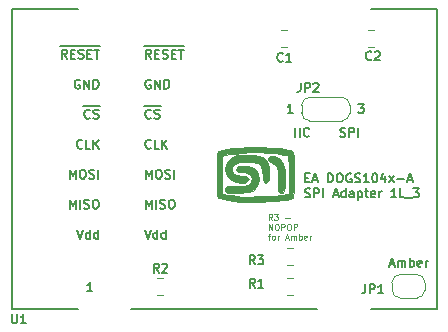
<source format=gbr>
%TF.GenerationSoftware,KiCad,Pcbnew,(5.1.6-0)*%
%TF.CreationDate,2020-10-20T21:46:17+02:00*%
%TF.ProjectId,DisplayAdapter_DOGS104,44697370-6c61-4794-9164-61707465725f,rev?*%
%TF.SameCoordinates,Original*%
%TF.FileFunction,Legend,Top*%
%TF.FilePolarity,Positive*%
%FSLAX46Y46*%
G04 Gerber Fmt 4.6, Leading zero omitted, Abs format (unit mm)*
G04 Created by KiCad (PCBNEW (5.1.6-0)) date 2020-10-20 21:46:17*
%MOMM*%
%LPD*%
G01*
G04 APERTURE LIST*
%ADD10C,0.127000*%
%ADD11C,0.076200*%
%ADD12C,0.100000*%
%ADD13C,0.120000*%
%ADD14C,0.150000*%
G04 APERTURE END LIST*
D10*
X144582550Y-94166260D02*
X145344550Y-94166260D01*
X145199407Y-95224714D02*
X144945407Y-94861857D01*
X144763978Y-95224714D02*
X144763978Y-94462714D01*
X145054264Y-94462714D01*
X145126835Y-94499000D01*
X145163121Y-94535285D01*
X145199407Y-94607857D01*
X145199407Y-94716714D01*
X145163121Y-94789285D01*
X145126835Y-94825571D01*
X145054264Y-94861857D01*
X144763978Y-94861857D01*
X145344550Y-94166260D02*
X146033978Y-94166260D01*
X145525978Y-94825571D02*
X145779978Y-94825571D01*
X145888835Y-95224714D02*
X145525978Y-95224714D01*
X145525978Y-94462714D01*
X145888835Y-94462714D01*
X146033978Y-94166260D02*
X146759692Y-94166260D01*
X146179121Y-95188428D02*
X146287978Y-95224714D01*
X146469407Y-95224714D01*
X146541978Y-95188428D01*
X146578264Y-95152142D01*
X146614550Y-95079571D01*
X146614550Y-95007000D01*
X146578264Y-94934428D01*
X146541978Y-94898142D01*
X146469407Y-94861857D01*
X146324264Y-94825571D01*
X146251692Y-94789285D01*
X146215407Y-94753000D01*
X146179121Y-94680428D01*
X146179121Y-94607857D01*
X146215407Y-94535285D01*
X146251692Y-94499000D01*
X146324264Y-94462714D01*
X146505692Y-94462714D01*
X146614550Y-94499000D01*
X146759692Y-94166260D02*
X147449121Y-94166260D01*
X146941121Y-94825571D02*
X147195121Y-94825571D01*
X147303978Y-95224714D02*
X146941121Y-95224714D01*
X146941121Y-94462714D01*
X147303978Y-94462714D01*
X147449121Y-94166260D02*
X148029692Y-94166260D01*
X147521692Y-94462714D02*
X147957121Y-94462714D01*
X147739407Y-95224714D02*
X147739407Y-94462714D01*
X145163121Y-97039000D02*
X145090550Y-97002714D01*
X144981692Y-97002714D01*
X144872835Y-97039000D01*
X144800264Y-97111571D01*
X144763978Y-97184142D01*
X144727692Y-97329285D01*
X144727692Y-97438142D01*
X144763978Y-97583285D01*
X144800264Y-97655857D01*
X144872835Y-97728428D01*
X144981692Y-97764714D01*
X145054264Y-97764714D01*
X145163121Y-97728428D01*
X145199407Y-97692142D01*
X145199407Y-97438142D01*
X145054264Y-97438142D01*
X145525978Y-97764714D02*
X145525978Y-97002714D01*
X145961407Y-97764714D01*
X145961407Y-97002714D01*
X146324264Y-97764714D02*
X146324264Y-97002714D01*
X146505692Y-97002714D01*
X146614550Y-97039000D01*
X146687121Y-97111571D01*
X146723407Y-97184142D01*
X146759692Y-97329285D01*
X146759692Y-97438142D01*
X146723407Y-97583285D01*
X146687121Y-97655857D01*
X146614550Y-97728428D01*
X146505692Y-97764714D01*
X146324264Y-97764714D01*
X144582550Y-99246260D02*
X145344550Y-99246260D01*
X145199407Y-100232142D02*
X145163121Y-100268428D01*
X145054264Y-100304714D01*
X144981692Y-100304714D01*
X144872835Y-100268428D01*
X144800264Y-100195857D01*
X144763978Y-100123285D01*
X144727692Y-99978142D01*
X144727692Y-99869285D01*
X144763978Y-99724142D01*
X144800264Y-99651571D01*
X144872835Y-99579000D01*
X144981692Y-99542714D01*
X145054264Y-99542714D01*
X145163121Y-99579000D01*
X145199407Y-99615285D01*
X145344550Y-99246260D02*
X146070264Y-99246260D01*
X145489692Y-100268428D02*
X145598550Y-100304714D01*
X145779978Y-100304714D01*
X145852550Y-100268428D01*
X145888835Y-100232142D01*
X145925121Y-100159571D01*
X145925121Y-100087000D01*
X145888835Y-100014428D01*
X145852550Y-99978142D01*
X145779978Y-99941857D01*
X145634835Y-99905571D01*
X145562264Y-99869285D01*
X145525978Y-99833000D01*
X145489692Y-99760428D01*
X145489692Y-99687857D01*
X145525978Y-99615285D01*
X145562264Y-99579000D01*
X145634835Y-99542714D01*
X145816264Y-99542714D01*
X145925121Y-99579000D01*
X145199407Y-102772142D02*
X145163121Y-102808428D01*
X145054264Y-102844714D01*
X144981692Y-102844714D01*
X144872835Y-102808428D01*
X144800264Y-102735857D01*
X144763978Y-102663285D01*
X144727692Y-102518142D01*
X144727692Y-102409285D01*
X144763978Y-102264142D01*
X144800264Y-102191571D01*
X144872835Y-102119000D01*
X144981692Y-102082714D01*
X145054264Y-102082714D01*
X145163121Y-102119000D01*
X145199407Y-102155285D01*
X145888835Y-102844714D02*
X145525978Y-102844714D01*
X145525978Y-102082714D01*
X146142835Y-102844714D02*
X146142835Y-102082714D01*
X146578264Y-102844714D02*
X146251692Y-102409285D01*
X146578264Y-102082714D02*
X146142835Y-102518142D01*
X144763978Y-105384714D02*
X144763978Y-104622714D01*
X145017978Y-105167000D01*
X145271978Y-104622714D01*
X145271978Y-105384714D01*
X145779978Y-104622714D02*
X145925121Y-104622714D01*
X145997692Y-104659000D01*
X146070264Y-104731571D01*
X146106550Y-104876714D01*
X146106550Y-105130714D01*
X146070264Y-105275857D01*
X145997692Y-105348428D01*
X145925121Y-105384714D01*
X145779978Y-105384714D01*
X145707407Y-105348428D01*
X145634835Y-105275857D01*
X145598550Y-105130714D01*
X145598550Y-104876714D01*
X145634835Y-104731571D01*
X145707407Y-104659000D01*
X145779978Y-104622714D01*
X146396835Y-105348428D02*
X146505692Y-105384714D01*
X146687121Y-105384714D01*
X146759692Y-105348428D01*
X146795978Y-105312142D01*
X146832264Y-105239571D01*
X146832264Y-105167000D01*
X146795978Y-105094428D01*
X146759692Y-105058142D01*
X146687121Y-105021857D01*
X146541978Y-104985571D01*
X146469407Y-104949285D01*
X146433121Y-104913000D01*
X146396835Y-104840428D01*
X146396835Y-104767857D01*
X146433121Y-104695285D01*
X146469407Y-104659000D01*
X146541978Y-104622714D01*
X146723407Y-104622714D01*
X146832264Y-104659000D01*
X147158835Y-105384714D02*
X147158835Y-104622714D01*
X144763978Y-107924714D02*
X144763978Y-107162714D01*
X145017978Y-107707000D01*
X145271978Y-107162714D01*
X145271978Y-107924714D01*
X145634835Y-107924714D02*
X145634835Y-107162714D01*
X145961407Y-107888428D02*
X146070264Y-107924714D01*
X146251692Y-107924714D01*
X146324264Y-107888428D01*
X146360550Y-107852142D01*
X146396835Y-107779571D01*
X146396835Y-107707000D01*
X146360550Y-107634428D01*
X146324264Y-107598142D01*
X146251692Y-107561857D01*
X146106550Y-107525571D01*
X146033978Y-107489285D01*
X145997692Y-107453000D01*
X145961407Y-107380428D01*
X145961407Y-107307857D01*
X145997692Y-107235285D01*
X146033978Y-107199000D01*
X146106550Y-107162714D01*
X146287978Y-107162714D01*
X146396835Y-107199000D01*
X146868550Y-107162714D02*
X147013692Y-107162714D01*
X147086264Y-107199000D01*
X147158835Y-107271571D01*
X147195121Y-107416714D01*
X147195121Y-107670714D01*
X147158835Y-107815857D01*
X147086264Y-107888428D01*
X147013692Y-107924714D01*
X146868550Y-107924714D01*
X146795978Y-107888428D01*
X146723407Y-107815857D01*
X146687121Y-107670714D01*
X146687121Y-107416714D01*
X146723407Y-107271571D01*
X146795978Y-107199000D01*
X146868550Y-107162714D01*
X144655121Y-109702714D02*
X144909121Y-110464714D01*
X145163121Y-109702714D01*
X145743692Y-110464714D02*
X145743692Y-109702714D01*
X145743692Y-110428428D02*
X145671121Y-110464714D01*
X145525978Y-110464714D01*
X145453407Y-110428428D01*
X145417121Y-110392142D01*
X145380835Y-110319571D01*
X145380835Y-110101857D01*
X145417121Y-110029285D01*
X145453407Y-109993000D01*
X145525978Y-109956714D01*
X145671121Y-109956714D01*
X145743692Y-109993000D01*
X146433121Y-110464714D02*
X146433121Y-109702714D01*
X146433121Y-110428428D02*
X146360550Y-110464714D01*
X146215407Y-110464714D01*
X146142835Y-110428428D01*
X146106550Y-110392142D01*
X146070264Y-110319571D01*
X146070264Y-110101857D01*
X146106550Y-110029285D01*
X146142835Y-109993000D01*
X146215407Y-109956714D01*
X146360550Y-109956714D01*
X146433121Y-109993000D01*
X137470307Y-94166260D02*
X138232307Y-94166260D01*
X138087164Y-95224714D02*
X137833164Y-94861857D01*
X137651735Y-95224714D02*
X137651735Y-94462714D01*
X137942021Y-94462714D01*
X138014592Y-94499000D01*
X138050878Y-94535285D01*
X138087164Y-94607857D01*
X138087164Y-94716714D01*
X138050878Y-94789285D01*
X138014592Y-94825571D01*
X137942021Y-94861857D01*
X137651735Y-94861857D01*
X138232307Y-94166260D02*
X138921735Y-94166260D01*
X138413735Y-94825571D02*
X138667735Y-94825571D01*
X138776592Y-95224714D02*
X138413735Y-95224714D01*
X138413735Y-94462714D01*
X138776592Y-94462714D01*
X138921735Y-94166260D02*
X139647450Y-94166260D01*
X139066878Y-95188428D02*
X139175735Y-95224714D01*
X139357164Y-95224714D01*
X139429735Y-95188428D01*
X139466021Y-95152142D01*
X139502307Y-95079571D01*
X139502307Y-95007000D01*
X139466021Y-94934428D01*
X139429735Y-94898142D01*
X139357164Y-94861857D01*
X139212021Y-94825571D01*
X139139450Y-94789285D01*
X139103164Y-94753000D01*
X139066878Y-94680428D01*
X139066878Y-94607857D01*
X139103164Y-94535285D01*
X139139450Y-94499000D01*
X139212021Y-94462714D01*
X139393450Y-94462714D01*
X139502307Y-94499000D01*
X139647450Y-94166260D02*
X140336878Y-94166260D01*
X139828878Y-94825571D02*
X140082878Y-94825571D01*
X140191735Y-95224714D02*
X139828878Y-95224714D01*
X139828878Y-94462714D01*
X140191735Y-94462714D01*
X140336878Y-94166260D02*
X140917450Y-94166260D01*
X140409450Y-94462714D02*
X140844878Y-94462714D01*
X140627164Y-95224714D02*
X140627164Y-94462714D01*
X139175735Y-97039000D02*
X139103164Y-97002714D01*
X138994307Y-97002714D01*
X138885450Y-97039000D01*
X138812878Y-97111571D01*
X138776592Y-97184142D01*
X138740307Y-97329285D01*
X138740307Y-97438142D01*
X138776592Y-97583285D01*
X138812878Y-97655857D01*
X138885450Y-97728428D01*
X138994307Y-97764714D01*
X139066878Y-97764714D01*
X139175735Y-97728428D01*
X139212021Y-97692142D01*
X139212021Y-97438142D01*
X139066878Y-97438142D01*
X139538592Y-97764714D02*
X139538592Y-97002714D01*
X139974021Y-97764714D01*
X139974021Y-97002714D01*
X140336878Y-97764714D02*
X140336878Y-97002714D01*
X140518307Y-97002714D01*
X140627164Y-97039000D01*
X140699735Y-97111571D01*
X140736021Y-97184142D01*
X140772307Y-97329285D01*
X140772307Y-97438142D01*
X140736021Y-97583285D01*
X140699735Y-97655857D01*
X140627164Y-97728428D01*
X140518307Y-97764714D01*
X140336878Y-97764714D01*
X139429735Y-99246260D02*
X140191735Y-99246260D01*
X140046592Y-100232142D02*
X140010307Y-100268428D01*
X139901450Y-100304714D01*
X139828878Y-100304714D01*
X139720021Y-100268428D01*
X139647450Y-100195857D01*
X139611164Y-100123285D01*
X139574878Y-99978142D01*
X139574878Y-99869285D01*
X139611164Y-99724142D01*
X139647450Y-99651571D01*
X139720021Y-99579000D01*
X139828878Y-99542714D01*
X139901450Y-99542714D01*
X140010307Y-99579000D01*
X140046592Y-99615285D01*
X140191735Y-99246260D02*
X140917450Y-99246260D01*
X140336878Y-100268428D02*
X140445735Y-100304714D01*
X140627164Y-100304714D01*
X140699735Y-100268428D01*
X140736021Y-100232142D01*
X140772307Y-100159571D01*
X140772307Y-100087000D01*
X140736021Y-100014428D01*
X140699735Y-99978142D01*
X140627164Y-99941857D01*
X140482021Y-99905571D01*
X140409450Y-99869285D01*
X140373164Y-99833000D01*
X140336878Y-99760428D01*
X140336878Y-99687857D01*
X140373164Y-99615285D01*
X140409450Y-99579000D01*
X140482021Y-99542714D01*
X140663450Y-99542714D01*
X140772307Y-99579000D01*
X139393450Y-102772142D02*
X139357164Y-102808428D01*
X139248307Y-102844714D01*
X139175735Y-102844714D01*
X139066878Y-102808428D01*
X138994307Y-102735857D01*
X138958021Y-102663285D01*
X138921735Y-102518142D01*
X138921735Y-102409285D01*
X138958021Y-102264142D01*
X138994307Y-102191571D01*
X139066878Y-102119000D01*
X139175735Y-102082714D01*
X139248307Y-102082714D01*
X139357164Y-102119000D01*
X139393450Y-102155285D01*
X140082878Y-102844714D02*
X139720021Y-102844714D01*
X139720021Y-102082714D01*
X140336878Y-102844714D02*
X140336878Y-102082714D01*
X140772307Y-102844714D02*
X140445735Y-102409285D01*
X140772307Y-102082714D02*
X140336878Y-102518142D01*
X138341164Y-105384714D02*
X138341164Y-104622714D01*
X138595164Y-105167000D01*
X138849164Y-104622714D01*
X138849164Y-105384714D01*
X139357164Y-104622714D02*
X139502307Y-104622714D01*
X139574878Y-104659000D01*
X139647450Y-104731571D01*
X139683735Y-104876714D01*
X139683735Y-105130714D01*
X139647450Y-105275857D01*
X139574878Y-105348428D01*
X139502307Y-105384714D01*
X139357164Y-105384714D01*
X139284592Y-105348428D01*
X139212021Y-105275857D01*
X139175735Y-105130714D01*
X139175735Y-104876714D01*
X139212021Y-104731571D01*
X139284592Y-104659000D01*
X139357164Y-104622714D01*
X139974021Y-105348428D02*
X140082878Y-105384714D01*
X140264307Y-105384714D01*
X140336878Y-105348428D01*
X140373164Y-105312142D01*
X140409450Y-105239571D01*
X140409450Y-105167000D01*
X140373164Y-105094428D01*
X140336878Y-105058142D01*
X140264307Y-105021857D01*
X140119164Y-104985571D01*
X140046592Y-104949285D01*
X140010307Y-104913000D01*
X139974021Y-104840428D01*
X139974021Y-104767857D01*
X140010307Y-104695285D01*
X140046592Y-104659000D01*
X140119164Y-104622714D01*
X140300592Y-104622714D01*
X140409450Y-104659000D01*
X140736021Y-105384714D02*
X140736021Y-104622714D01*
X138341164Y-107924714D02*
X138341164Y-107162714D01*
X138595164Y-107707000D01*
X138849164Y-107162714D01*
X138849164Y-107924714D01*
X139212021Y-107924714D02*
X139212021Y-107162714D01*
X139538592Y-107888428D02*
X139647450Y-107924714D01*
X139828878Y-107924714D01*
X139901450Y-107888428D01*
X139937735Y-107852142D01*
X139974021Y-107779571D01*
X139974021Y-107707000D01*
X139937735Y-107634428D01*
X139901450Y-107598142D01*
X139828878Y-107561857D01*
X139683735Y-107525571D01*
X139611164Y-107489285D01*
X139574878Y-107453000D01*
X139538592Y-107380428D01*
X139538592Y-107307857D01*
X139574878Y-107235285D01*
X139611164Y-107199000D01*
X139683735Y-107162714D01*
X139865164Y-107162714D01*
X139974021Y-107199000D01*
X140445735Y-107162714D02*
X140590878Y-107162714D01*
X140663450Y-107199000D01*
X140736021Y-107271571D01*
X140772307Y-107416714D01*
X140772307Y-107670714D01*
X140736021Y-107815857D01*
X140663450Y-107888428D01*
X140590878Y-107924714D01*
X140445735Y-107924714D01*
X140373164Y-107888428D01*
X140300592Y-107815857D01*
X140264307Y-107670714D01*
X140264307Y-107416714D01*
X140300592Y-107271571D01*
X140373164Y-107199000D01*
X140445735Y-107162714D01*
X138958021Y-109702714D02*
X139212021Y-110464714D01*
X139466021Y-109702714D01*
X140046592Y-110464714D02*
X140046592Y-109702714D01*
X140046592Y-110428428D02*
X139974021Y-110464714D01*
X139828878Y-110464714D01*
X139756307Y-110428428D01*
X139720021Y-110392142D01*
X139683735Y-110319571D01*
X139683735Y-110101857D01*
X139720021Y-110029285D01*
X139756307Y-109993000D01*
X139828878Y-109956714D01*
X139974021Y-109956714D01*
X140046592Y-109993000D01*
X140736021Y-110464714D02*
X140736021Y-109702714D01*
X140736021Y-110428428D02*
X140663450Y-110464714D01*
X140518307Y-110464714D01*
X140445735Y-110428428D01*
X140409450Y-110392142D01*
X140373164Y-110319571D01*
X140373164Y-110101857D01*
X140409450Y-110029285D01*
X140445735Y-109993000D01*
X140518307Y-109956714D01*
X140663450Y-109956714D01*
X140736021Y-109993000D01*
X161219857Y-101808428D02*
X161328714Y-101844714D01*
X161510142Y-101844714D01*
X161582714Y-101808428D01*
X161619000Y-101772142D01*
X161655285Y-101699571D01*
X161655285Y-101627000D01*
X161619000Y-101554428D01*
X161582714Y-101518142D01*
X161510142Y-101481857D01*
X161365000Y-101445571D01*
X161292428Y-101409285D01*
X161256142Y-101373000D01*
X161219857Y-101300428D01*
X161219857Y-101227857D01*
X161256142Y-101155285D01*
X161292428Y-101119000D01*
X161365000Y-101082714D01*
X161546428Y-101082714D01*
X161655285Y-101119000D01*
X161981857Y-101844714D02*
X161981857Y-101082714D01*
X162272142Y-101082714D01*
X162344714Y-101119000D01*
X162381000Y-101155285D01*
X162417285Y-101227857D01*
X162417285Y-101336714D01*
X162381000Y-101409285D01*
X162344714Y-101445571D01*
X162272142Y-101481857D01*
X161981857Y-101481857D01*
X162743857Y-101844714D02*
X162743857Y-101082714D01*
X157437571Y-101844714D02*
X157437571Y-101082714D01*
X157800428Y-101844714D02*
X157800428Y-101082714D01*
X158598714Y-101772142D02*
X158562428Y-101808428D01*
X158453571Y-101844714D01*
X158381000Y-101844714D01*
X158272142Y-101808428D01*
X158199571Y-101735857D01*
X158163285Y-101663285D01*
X158127000Y-101518142D01*
X158127000Y-101409285D01*
X158163285Y-101264142D01*
X158199571Y-101191571D01*
X158272142Y-101119000D01*
X158381000Y-101082714D01*
X158453571Y-101082714D01*
X158562428Y-101119000D01*
X158598714Y-101155285D01*
D11*
X155460768Y-108891609D02*
X155291434Y-108649704D01*
X155170482Y-108891609D02*
X155170482Y-108383609D01*
X155364006Y-108383609D01*
X155412387Y-108407800D01*
X155436577Y-108431990D01*
X155460768Y-108480371D01*
X155460768Y-108552942D01*
X155436577Y-108601323D01*
X155412387Y-108625514D01*
X155364006Y-108649704D01*
X155170482Y-108649704D01*
X155630101Y-108383609D02*
X155944577Y-108383609D01*
X155775244Y-108577133D01*
X155847815Y-108577133D01*
X155896196Y-108601323D01*
X155920387Y-108625514D01*
X155944577Y-108673895D01*
X155944577Y-108794847D01*
X155920387Y-108843228D01*
X155896196Y-108867419D01*
X155847815Y-108891609D01*
X155702672Y-108891609D01*
X155654291Y-108867419D01*
X155630101Y-108843228D01*
X156549339Y-108698085D02*
X156936387Y-108698085D01*
X155170482Y-109729809D02*
X155170482Y-109221809D01*
X155460768Y-109729809D01*
X155460768Y-109221809D01*
X155799434Y-109221809D02*
X155896196Y-109221809D01*
X155944577Y-109246000D01*
X155992958Y-109294380D01*
X156017149Y-109391142D01*
X156017149Y-109560476D01*
X155992958Y-109657238D01*
X155944577Y-109705619D01*
X155896196Y-109729809D01*
X155799434Y-109729809D01*
X155751053Y-109705619D01*
X155702672Y-109657238D01*
X155678482Y-109560476D01*
X155678482Y-109391142D01*
X155702672Y-109294380D01*
X155751053Y-109246000D01*
X155799434Y-109221809D01*
X156234863Y-109729809D02*
X156234863Y-109221809D01*
X156428387Y-109221809D01*
X156476768Y-109246000D01*
X156500958Y-109270190D01*
X156525149Y-109318571D01*
X156525149Y-109391142D01*
X156500958Y-109439523D01*
X156476768Y-109463714D01*
X156428387Y-109487904D01*
X156234863Y-109487904D01*
X156839625Y-109221809D02*
X156936387Y-109221809D01*
X156984768Y-109246000D01*
X157033149Y-109294380D01*
X157057339Y-109391142D01*
X157057339Y-109560476D01*
X157033149Y-109657238D01*
X156984768Y-109705619D01*
X156936387Y-109729809D01*
X156839625Y-109729809D01*
X156791244Y-109705619D01*
X156742863Y-109657238D01*
X156718672Y-109560476D01*
X156718672Y-109391142D01*
X156742863Y-109294380D01*
X156791244Y-109246000D01*
X156839625Y-109221809D01*
X157275053Y-109729809D02*
X157275053Y-109221809D01*
X157468577Y-109221809D01*
X157516958Y-109246000D01*
X157541149Y-109270190D01*
X157565339Y-109318571D01*
X157565339Y-109391142D01*
X157541149Y-109439523D01*
X157516958Y-109463714D01*
X157468577Y-109487904D01*
X157275053Y-109487904D01*
X155097910Y-110229342D02*
X155291434Y-110229342D01*
X155170482Y-110568009D02*
X155170482Y-110132580D01*
X155194672Y-110084200D01*
X155243053Y-110060009D01*
X155291434Y-110060009D01*
X155533339Y-110568009D02*
X155484958Y-110543819D01*
X155460768Y-110519628D01*
X155436577Y-110471247D01*
X155436577Y-110326104D01*
X155460768Y-110277723D01*
X155484958Y-110253533D01*
X155533339Y-110229342D01*
X155605910Y-110229342D01*
X155654291Y-110253533D01*
X155678482Y-110277723D01*
X155702672Y-110326104D01*
X155702672Y-110471247D01*
X155678482Y-110519628D01*
X155654291Y-110543819D01*
X155605910Y-110568009D01*
X155533339Y-110568009D01*
X155920387Y-110568009D02*
X155920387Y-110229342D01*
X155920387Y-110326104D02*
X155944577Y-110277723D01*
X155968768Y-110253533D01*
X156017149Y-110229342D01*
X156065530Y-110229342D01*
X156597720Y-110422866D02*
X156839625Y-110422866D01*
X156549339Y-110568009D02*
X156718672Y-110060009D01*
X156888006Y-110568009D01*
X157057339Y-110568009D02*
X157057339Y-110229342D01*
X157057339Y-110277723D02*
X157081530Y-110253533D01*
X157129910Y-110229342D01*
X157202482Y-110229342D01*
X157250863Y-110253533D01*
X157275053Y-110301914D01*
X157275053Y-110568009D01*
X157275053Y-110301914D02*
X157299244Y-110253533D01*
X157347625Y-110229342D01*
X157420196Y-110229342D01*
X157468577Y-110253533D01*
X157492768Y-110301914D01*
X157492768Y-110568009D01*
X157734672Y-110568009D02*
X157734672Y-110060009D01*
X157734672Y-110253533D02*
X157783053Y-110229342D01*
X157879815Y-110229342D01*
X157928196Y-110253533D01*
X157952387Y-110277723D01*
X157976577Y-110326104D01*
X157976577Y-110471247D01*
X157952387Y-110519628D01*
X157928196Y-110543819D01*
X157879815Y-110568009D01*
X157783053Y-110568009D01*
X157734672Y-110543819D01*
X158387815Y-110543819D02*
X158339434Y-110568009D01*
X158242672Y-110568009D01*
X158194291Y-110543819D01*
X158170101Y-110495438D01*
X158170101Y-110301914D01*
X158194291Y-110253533D01*
X158242672Y-110229342D01*
X158339434Y-110229342D01*
X158387815Y-110253533D01*
X158412006Y-110301914D01*
X158412006Y-110350295D01*
X158170101Y-110398676D01*
X158629720Y-110568009D02*
X158629720Y-110229342D01*
X158629720Y-110326104D02*
X158653910Y-110277723D01*
X158678101Y-110253533D01*
X158726482Y-110229342D01*
X158774863Y-110229342D01*
D10*
X165403428Y-112627000D02*
X165766285Y-112627000D01*
X165330857Y-112844714D02*
X165584857Y-112082714D01*
X165838857Y-112844714D01*
X166092857Y-112844714D02*
X166092857Y-112336714D01*
X166092857Y-112409285D02*
X166129142Y-112373000D01*
X166201714Y-112336714D01*
X166310571Y-112336714D01*
X166383142Y-112373000D01*
X166419428Y-112445571D01*
X166419428Y-112844714D01*
X166419428Y-112445571D02*
X166455714Y-112373000D01*
X166528285Y-112336714D01*
X166637142Y-112336714D01*
X166709714Y-112373000D01*
X166746000Y-112445571D01*
X166746000Y-112844714D01*
X167108857Y-112844714D02*
X167108857Y-112082714D01*
X167108857Y-112373000D02*
X167181428Y-112336714D01*
X167326571Y-112336714D01*
X167399142Y-112373000D01*
X167435428Y-112409285D01*
X167471714Y-112481857D01*
X167471714Y-112699571D01*
X167435428Y-112772142D01*
X167399142Y-112808428D01*
X167326571Y-112844714D01*
X167181428Y-112844714D01*
X167108857Y-112808428D01*
X168088571Y-112808428D02*
X168016000Y-112844714D01*
X167870857Y-112844714D01*
X167798285Y-112808428D01*
X167762000Y-112735857D01*
X167762000Y-112445571D01*
X167798285Y-112373000D01*
X167870857Y-112336714D01*
X168016000Y-112336714D01*
X168088571Y-112373000D01*
X168124857Y-112445571D01*
X168124857Y-112518142D01*
X167762000Y-112590714D01*
X168451428Y-112844714D02*
X168451428Y-112336714D01*
X168451428Y-112481857D02*
X168487714Y-112409285D01*
X168524000Y-112373000D01*
X168596571Y-112336714D01*
X168669142Y-112336714D01*
X158263978Y-105310571D02*
X158517978Y-105310571D01*
X158626835Y-105709714D02*
X158263978Y-105709714D01*
X158263978Y-104947714D01*
X158626835Y-104947714D01*
X158917121Y-105492000D02*
X159279978Y-105492000D01*
X158844550Y-105709714D02*
X159098550Y-104947714D01*
X159352550Y-105709714D01*
X160187121Y-105709714D02*
X160187121Y-104947714D01*
X160368550Y-104947714D01*
X160477407Y-104984000D01*
X160549978Y-105056571D01*
X160586264Y-105129142D01*
X160622550Y-105274285D01*
X160622550Y-105383142D01*
X160586264Y-105528285D01*
X160549978Y-105600857D01*
X160477407Y-105673428D01*
X160368550Y-105709714D01*
X160187121Y-105709714D01*
X161094264Y-104947714D02*
X161239407Y-104947714D01*
X161311978Y-104984000D01*
X161384550Y-105056571D01*
X161420835Y-105201714D01*
X161420835Y-105455714D01*
X161384550Y-105600857D01*
X161311978Y-105673428D01*
X161239407Y-105709714D01*
X161094264Y-105709714D01*
X161021692Y-105673428D01*
X160949121Y-105600857D01*
X160912835Y-105455714D01*
X160912835Y-105201714D01*
X160949121Y-105056571D01*
X161021692Y-104984000D01*
X161094264Y-104947714D01*
X162146550Y-104984000D02*
X162073978Y-104947714D01*
X161965121Y-104947714D01*
X161856264Y-104984000D01*
X161783692Y-105056571D01*
X161747407Y-105129142D01*
X161711121Y-105274285D01*
X161711121Y-105383142D01*
X161747407Y-105528285D01*
X161783692Y-105600857D01*
X161856264Y-105673428D01*
X161965121Y-105709714D01*
X162037692Y-105709714D01*
X162146550Y-105673428D01*
X162182835Y-105637142D01*
X162182835Y-105383142D01*
X162037692Y-105383142D01*
X162473121Y-105673428D02*
X162581978Y-105709714D01*
X162763407Y-105709714D01*
X162835978Y-105673428D01*
X162872264Y-105637142D01*
X162908550Y-105564571D01*
X162908550Y-105492000D01*
X162872264Y-105419428D01*
X162835978Y-105383142D01*
X162763407Y-105346857D01*
X162618264Y-105310571D01*
X162545692Y-105274285D01*
X162509407Y-105238000D01*
X162473121Y-105165428D01*
X162473121Y-105092857D01*
X162509407Y-105020285D01*
X162545692Y-104984000D01*
X162618264Y-104947714D01*
X162799692Y-104947714D01*
X162908550Y-104984000D01*
X163634264Y-105709714D02*
X163198835Y-105709714D01*
X163416550Y-105709714D02*
X163416550Y-104947714D01*
X163343978Y-105056571D01*
X163271407Y-105129142D01*
X163198835Y-105165428D01*
X164105978Y-104947714D02*
X164178550Y-104947714D01*
X164251121Y-104984000D01*
X164287407Y-105020285D01*
X164323692Y-105092857D01*
X164359978Y-105238000D01*
X164359978Y-105419428D01*
X164323692Y-105564571D01*
X164287407Y-105637142D01*
X164251121Y-105673428D01*
X164178550Y-105709714D01*
X164105978Y-105709714D01*
X164033407Y-105673428D01*
X163997121Y-105637142D01*
X163960835Y-105564571D01*
X163924550Y-105419428D01*
X163924550Y-105238000D01*
X163960835Y-105092857D01*
X163997121Y-105020285D01*
X164033407Y-104984000D01*
X164105978Y-104947714D01*
X165013121Y-105201714D02*
X165013121Y-105709714D01*
X164831692Y-104911428D02*
X164650264Y-105455714D01*
X165121978Y-105455714D01*
X165339692Y-105709714D02*
X165738835Y-105201714D01*
X165339692Y-105201714D02*
X165738835Y-105709714D01*
X166029121Y-105419428D02*
X166609692Y-105419428D01*
X166936264Y-105492000D02*
X167299121Y-105492000D01*
X166863692Y-105709714D02*
X167117692Y-104947714D01*
X167371692Y-105709714D01*
X158227692Y-106943428D02*
X158336550Y-106979714D01*
X158517978Y-106979714D01*
X158590550Y-106943428D01*
X158626835Y-106907142D01*
X158663121Y-106834571D01*
X158663121Y-106762000D01*
X158626835Y-106689428D01*
X158590550Y-106653142D01*
X158517978Y-106616857D01*
X158372835Y-106580571D01*
X158300264Y-106544285D01*
X158263978Y-106508000D01*
X158227692Y-106435428D01*
X158227692Y-106362857D01*
X158263978Y-106290285D01*
X158300264Y-106254000D01*
X158372835Y-106217714D01*
X158554264Y-106217714D01*
X158663121Y-106254000D01*
X158989692Y-106979714D02*
X158989692Y-106217714D01*
X159279978Y-106217714D01*
X159352550Y-106254000D01*
X159388835Y-106290285D01*
X159425121Y-106362857D01*
X159425121Y-106471714D01*
X159388835Y-106544285D01*
X159352550Y-106580571D01*
X159279978Y-106616857D01*
X158989692Y-106616857D01*
X159751692Y-106979714D02*
X159751692Y-106217714D01*
X160658835Y-106762000D02*
X161021692Y-106762000D01*
X160586264Y-106979714D02*
X160840264Y-106217714D01*
X161094264Y-106979714D01*
X161674835Y-106979714D02*
X161674835Y-106217714D01*
X161674835Y-106943428D02*
X161602264Y-106979714D01*
X161457121Y-106979714D01*
X161384550Y-106943428D01*
X161348264Y-106907142D01*
X161311978Y-106834571D01*
X161311978Y-106616857D01*
X161348264Y-106544285D01*
X161384550Y-106508000D01*
X161457121Y-106471714D01*
X161602264Y-106471714D01*
X161674835Y-106508000D01*
X162364264Y-106979714D02*
X162364264Y-106580571D01*
X162327978Y-106508000D01*
X162255407Y-106471714D01*
X162110264Y-106471714D01*
X162037692Y-106508000D01*
X162364264Y-106943428D02*
X162291692Y-106979714D01*
X162110264Y-106979714D01*
X162037692Y-106943428D01*
X162001407Y-106870857D01*
X162001407Y-106798285D01*
X162037692Y-106725714D01*
X162110264Y-106689428D01*
X162291692Y-106689428D01*
X162364264Y-106653142D01*
X162727121Y-106471714D02*
X162727121Y-107233714D01*
X162727121Y-106508000D02*
X162799692Y-106471714D01*
X162944835Y-106471714D01*
X163017407Y-106508000D01*
X163053692Y-106544285D01*
X163089978Y-106616857D01*
X163089978Y-106834571D01*
X163053692Y-106907142D01*
X163017407Y-106943428D01*
X162944835Y-106979714D01*
X162799692Y-106979714D01*
X162727121Y-106943428D01*
X163307692Y-106471714D02*
X163597978Y-106471714D01*
X163416550Y-106217714D02*
X163416550Y-106870857D01*
X163452835Y-106943428D01*
X163525407Y-106979714D01*
X163597978Y-106979714D01*
X164142264Y-106943428D02*
X164069692Y-106979714D01*
X163924550Y-106979714D01*
X163851978Y-106943428D01*
X163815692Y-106870857D01*
X163815692Y-106580571D01*
X163851978Y-106508000D01*
X163924550Y-106471714D01*
X164069692Y-106471714D01*
X164142264Y-106508000D01*
X164178550Y-106580571D01*
X164178550Y-106653142D01*
X163815692Y-106725714D01*
X164505121Y-106979714D02*
X164505121Y-106471714D01*
X164505121Y-106616857D02*
X164541407Y-106544285D01*
X164577692Y-106508000D01*
X164650264Y-106471714D01*
X164722835Y-106471714D01*
X165956550Y-106979714D02*
X165521121Y-106979714D01*
X165738835Y-106979714D02*
X165738835Y-106217714D01*
X165666264Y-106326571D01*
X165593692Y-106399142D01*
X165521121Y-106435428D01*
X166645978Y-106979714D02*
X166283121Y-106979714D01*
X166283121Y-106217714D01*
X166718550Y-107052285D02*
X167299121Y-107052285D01*
X167407978Y-106217714D02*
X167879692Y-106217714D01*
X167625692Y-106508000D01*
X167734550Y-106508000D01*
X167807121Y-106544285D01*
X167843407Y-106580571D01*
X167879692Y-106653142D01*
X167879692Y-106834571D01*
X167843407Y-106907142D01*
X167807121Y-106943428D01*
X167734550Y-106979714D01*
X167516835Y-106979714D01*
X167444264Y-106943428D01*
X167407978Y-106907142D01*
D12*
%TO.C,G\u002A\u002A\u002A*%
G36*
X157304378Y-104256418D02*
G01*
X157302238Y-104850076D01*
X157302000Y-105034945D01*
X157300032Y-105675217D01*
X157293365Y-106165453D01*
X157280856Y-106524914D01*
X157261361Y-106772861D01*
X157233735Y-106928554D01*
X157196835Y-107011252D01*
X157183831Y-107024670D01*
X157016596Y-107096142D01*
X156878667Y-107126474D01*
X156878667Y-106672748D01*
X156878667Y-105079371D01*
X156874611Y-104558909D01*
X156863250Y-104109332D01*
X156845795Y-103755665D01*
X156823453Y-103522937D01*
X156799275Y-103436926D01*
X156687827Y-103406092D01*
X156445552Y-103359619D01*
X156109493Y-103304095D01*
X155762108Y-103252485D01*
X155133640Y-103190536D01*
X154406051Y-103162245D01*
X153636137Y-103166497D01*
X152880692Y-103202179D01*
X152196514Y-103268176D01*
X151798667Y-103330237D01*
X151248333Y-103434859D01*
X151225366Y-105056143D01*
X151202399Y-106677426D01*
X151775699Y-106768198D01*
X152111613Y-106820928D01*
X152416424Y-106868002D01*
X152603000Y-106896091D01*
X152843169Y-106913739D01*
X153214525Y-106920161D01*
X153679383Y-106916617D01*
X154200057Y-106904364D01*
X154738862Y-106884660D01*
X155258112Y-106858761D01*
X155720122Y-106827926D01*
X156087206Y-106793412D01*
X156222500Y-106775306D01*
X156878667Y-106672748D01*
X156878667Y-107126474D01*
X156707275Y-107164166D01*
X156283113Y-107226037D01*
X155771356Y-107279051D01*
X155199249Y-107320504D01*
X154594039Y-107347692D01*
X153982969Y-107357910D01*
X153830667Y-107357483D01*
X153345669Y-107352260D01*
X152906889Y-107344201D01*
X152548154Y-107334183D01*
X152303292Y-107323080D01*
X152222000Y-107315816D01*
X151715428Y-107232236D01*
X151307639Y-107149708D01*
X151022462Y-107073632D01*
X150888500Y-107013674D01*
X150851465Y-106935849D01*
X150823306Y-106760790D01*
X150803198Y-106473075D01*
X150790317Y-106057284D01*
X150783837Y-105497996D01*
X150782667Y-105034945D01*
X150783618Y-104418599D01*
X150787577Y-103950164D01*
X150796200Y-103608224D01*
X150811144Y-103371362D01*
X150834066Y-103218160D01*
X150866622Y-103127203D01*
X150910468Y-103077073D01*
X150935312Y-103061597D01*
X151201200Y-102968179D01*
X151606761Y-102888175D01*
X152122773Y-102822830D01*
X152720015Y-102773389D01*
X153369264Y-102741099D01*
X154041298Y-102727204D01*
X154706896Y-102732950D01*
X155336834Y-102759582D01*
X155901891Y-102808346D01*
X156140193Y-102839783D01*
X156505658Y-102891423D01*
X156785762Y-102936352D01*
X156991766Y-102995847D01*
X157134929Y-103091182D01*
X157226512Y-103243632D01*
X157277775Y-103474471D01*
X157299977Y-103804975D01*
X157304378Y-104256418D01*
G37*
X157304378Y-104256418D02*
X157302238Y-104850076D01*
X157302000Y-105034945D01*
X157300032Y-105675217D01*
X157293365Y-106165453D01*
X157280856Y-106524914D01*
X157261361Y-106772861D01*
X157233735Y-106928554D01*
X157196835Y-107011252D01*
X157183831Y-107024670D01*
X157016596Y-107096142D01*
X156878667Y-107126474D01*
X156878667Y-106672748D01*
X156878667Y-105079371D01*
X156874611Y-104558909D01*
X156863250Y-104109332D01*
X156845795Y-103755665D01*
X156823453Y-103522937D01*
X156799275Y-103436926D01*
X156687827Y-103406092D01*
X156445552Y-103359619D01*
X156109493Y-103304095D01*
X155762108Y-103252485D01*
X155133640Y-103190536D01*
X154406051Y-103162245D01*
X153636137Y-103166497D01*
X152880692Y-103202179D01*
X152196514Y-103268176D01*
X151798667Y-103330237D01*
X151248333Y-103434859D01*
X151225366Y-105056143D01*
X151202399Y-106677426D01*
X151775699Y-106768198D01*
X152111613Y-106820928D01*
X152416424Y-106868002D01*
X152603000Y-106896091D01*
X152843169Y-106913739D01*
X153214525Y-106920161D01*
X153679383Y-106916617D01*
X154200057Y-106904364D01*
X154738862Y-106884660D01*
X155258112Y-106858761D01*
X155720122Y-106827926D01*
X156087206Y-106793412D01*
X156222500Y-106775306D01*
X156878667Y-106672748D01*
X156878667Y-107126474D01*
X156707275Y-107164166D01*
X156283113Y-107226037D01*
X155771356Y-107279051D01*
X155199249Y-107320504D01*
X154594039Y-107347692D01*
X153982969Y-107357910D01*
X153830667Y-107357483D01*
X153345669Y-107352260D01*
X152906889Y-107344201D01*
X152548154Y-107334183D01*
X152303292Y-107323080D01*
X152222000Y-107315816D01*
X151715428Y-107232236D01*
X151307639Y-107149708D01*
X151022462Y-107073632D01*
X150888500Y-107013674D01*
X150851465Y-106935849D01*
X150823306Y-106760790D01*
X150803198Y-106473075D01*
X150790317Y-106057284D01*
X150783837Y-105497996D01*
X150782667Y-105034945D01*
X150783618Y-104418599D01*
X150787577Y-103950164D01*
X150796200Y-103608224D01*
X150811144Y-103371362D01*
X150834066Y-103218160D01*
X150866622Y-103127203D01*
X150910468Y-103077073D01*
X150935312Y-103061597D01*
X151201200Y-102968179D01*
X151606761Y-102888175D01*
X152122773Y-102822830D01*
X152720015Y-102773389D01*
X153369264Y-102741099D01*
X154041298Y-102727204D01*
X154706896Y-102732950D01*
X155336834Y-102759582D01*
X155901891Y-102808346D01*
X156140193Y-102839783D01*
X156505658Y-102891423D01*
X156785762Y-102936352D01*
X156991766Y-102995847D01*
X157134929Y-103091182D01*
X157226512Y-103243632D01*
X157277775Y-103474471D01*
X157299977Y-103804975D01*
X157304378Y-104256418D01*
G36*
X154342670Y-105401396D02*
G01*
X154295189Y-105784950D01*
X154130447Y-106134481D01*
X153856161Y-106403811D01*
X153714903Y-106477168D01*
X153526567Y-106527105D01*
X153255715Y-106558878D01*
X152866911Y-106577742D01*
X152645333Y-106583393D01*
X152248939Y-106587691D01*
X151910647Y-106583729D01*
X151668870Y-106572450D01*
X151565833Y-106556953D01*
X151476971Y-106439885D01*
X151468884Y-106261760D01*
X151536694Y-106107596D01*
X151593925Y-106067391D01*
X151732727Y-106045378D01*
X151996799Y-106028077D01*
X152342093Y-106017813D01*
X152567591Y-106016000D01*
X153049135Y-106000429D01*
X153385671Y-105946481D01*
X153599272Y-105843299D01*
X153712013Y-105680028D01*
X153745967Y-105445811D01*
X153746000Y-105436455D01*
X153679502Y-105172492D01*
X153474858Y-104985644D01*
X153124342Y-104870320D01*
X152922924Y-104840904D01*
X152647361Y-104805063D01*
X152500693Y-104759056D01*
X152442873Y-104681255D01*
X152433667Y-104576666D01*
X152444631Y-104462268D01*
X152502964Y-104395955D01*
X152646824Y-104361166D01*
X152914369Y-104341341D01*
X152984000Y-104337817D01*
X153400280Y-104341844D01*
X153699980Y-104406245D01*
X153794279Y-104448786D01*
X154090942Y-104693094D01*
X154274163Y-105024037D01*
X154342670Y-105401396D01*
G37*
X154342670Y-105401396D02*
X154295189Y-105784950D01*
X154130447Y-106134481D01*
X153856161Y-106403811D01*
X153714903Y-106477168D01*
X153526567Y-106527105D01*
X153255715Y-106558878D01*
X152866911Y-106577742D01*
X152645333Y-106583393D01*
X152248939Y-106587691D01*
X151910647Y-106583729D01*
X151668870Y-106572450D01*
X151565833Y-106556953D01*
X151476971Y-106439885D01*
X151468884Y-106261760D01*
X151536694Y-106107596D01*
X151593925Y-106067391D01*
X151732727Y-106045378D01*
X151996799Y-106028077D01*
X152342093Y-106017813D01*
X152567591Y-106016000D01*
X153049135Y-106000429D01*
X153385671Y-105946481D01*
X153599272Y-105843299D01*
X153712013Y-105680028D01*
X153745967Y-105445811D01*
X153746000Y-105436455D01*
X153679502Y-105172492D01*
X153474858Y-104985644D01*
X153124342Y-104870320D01*
X152922924Y-104840904D01*
X152647361Y-104805063D01*
X152500693Y-104759056D01*
X152442873Y-104681255D01*
X152433667Y-104576666D01*
X152444631Y-104462268D01*
X152502964Y-104395955D01*
X152646824Y-104361166D01*
X152914369Y-104341341D01*
X152984000Y-104337817D01*
X153400280Y-104341844D01*
X153699980Y-104406245D01*
X153794279Y-104448786D01*
X154090942Y-104693094D01*
X154274163Y-105024037D01*
X154342670Y-105401396D01*
G36*
X156539068Y-105492399D02*
G01*
X156519138Y-106015157D01*
X156458339Y-106378069D01*
X156357294Y-106579846D01*
X156216624Y-106619203D01*
X156048933Y-106507066D01*
X155995682Y-106361488D01*
X155961686Y-106054882D01*
X155947676Y-105594537D01*
X155947333Y-105495050D01*
X155938764Y-105097735D01*
X155915630Y-104745407D01*
X155881790Y-104483877D01*
X155853241Y-104378124D01*
X155709675Y-104208654D01*
X155475328Y-104061565D01*
X155429908Y-104042284D01*
X155208838Y-103931786D01*
X155114007Y-103805972D01*
X155100667Y-103700685D01*
X155164639Y-103524243D01*
X155332569Y-103440667D01*
X155568475Y-103447481D01*
X155836374Y-103542205D01*
X156100284Y-103722361D01*
X156154278Y-103773255D01*
X156305560Y-103949985D01*
X156412216Y-104149797D01*
X156481517Y-104405186D01*
X156520737Y-104748649D01*
X156537149Y-105212682D01*
X156539068Y-105492399D01*
G37*
X156539068Y-105492399D02*
X156519138Y-106015157D01*
X156458339Y-106378069D01*
X156357294Y-106579846D01*
X156216624Y-106619203D01*
X156048933Y-106507066D01*
X155995682Y-106361488D01*
X155961686Y-106054882D01*
X155947676Y-105594537D01*
X155947333Y-105495050D01*
X155938764Y-105097735D01*
X155915630Y-104745407D01*
X155881790Y-104483877D01*
X155853241Y-104378124D01*
X155709675Y-104208654D01*
X155475328Y-104061565D01*
X155429908Y-104042284D01*
X155208838Y-103931786D01*
X155114007Y-103805972D01*
X155100667Y-103700685D01*
X155164639Y-103524243D01*
X155332569Y-103440667D01*
X155568475Y-103447481D01*
X155836374Y-103542205D01*
X156100284Y-103722361D01*
X156154278Y-103773255D01*
X156305560Y-103949985D01*
X156412216Y-104149797D01*
X156481517Y-104405186D01*
X156520737Y-104748649D01*
X156537149Y-105212682D01*
X156539068Y-105492399D01*
G36*
X155195199Y-105126520D02*
G01*
X155171174Y-105423519D01*
X155119217Y-105633327D01*
X155058333Y-105707951D01*
X154866305Y-105738023D01*
X154745857Y-105641621D01*
X154687111Y-105404874D01*
X154677333Y-105172909D01*
X154642254Y-104677412D01*
X154534985Y-104327937D01*
X154352479Y-104115931D01*
X154288135Y-104080336D01*
X154110694Y-104037401D01*
X153815586Y-104004319D01*
X153454408Y-103986058D01*
X153287767Y-103984000D01*
X152896142Y-103989548D01*
X152631346Y-104011080D01*
X152451098Y-104055927D01*
X152313114Y-104131422D01*
X152275751Y-104159478D01*
X152096754Y-104388739D01*
X152059202Y-104651950D01*
X152166386Y-104898950D01*
X152223312Y-104958854D01*
X152446206Y-105073454D01*
X152795642Y-105144508D01*
X152879479Y-105152644D01*
X153243848Y-105209077D01*
X153444648Y-105306606D01*
X153482808Y-105446155D01*
X153359257Y-105628647D01*
X153358952Y-105628952D01*
X153161853Y-105726949D01*
X152839223Y-105744715D01*
X152379121Y-105682860D01*
X152362751Y-105679719D01*
X151983002Y-105533080D01*
X151704556Y-105281501D01*
X151531496Y-104958686D01*
X151467901Y-104598335D01*
X151517854Y-104234151D01*
X151685435Y-103899837D01*
X151974726Y-103629094D01*
X152105528Y-103555569D01*
X152288860Y-103476187D01*
X152472289Y-103425824D01*
X152697337Y-103399875D01*
X153005528Y-103393734D01*
X153438384Y-103402796D01*
X153473491Y-103403852D01*
X153966486Y-103426266D01*
X154324435Y-103466823D01*
X154581523Y-103537716D01*
X154771932Y-103651137D01*
X154929845Y-103819277D01*
X155027625Y-103958171D01*
X155107505Y-104158154D01*
X155162582Y-104449259D01*
X155192074Y-104786907D01*
X155195199Y-105126520D01*
G37*
X155195199Y-105126520D02*
X155171174Y-105423519D01*
X155119217Y-105633327D01*
X155058333Y-105707951D01*
X154866305Y-105738023D01*
X154745857Y-105641621D01*
X154687111Y-105404874D01*
X154677333Y-105172909D01*
X154642254Y-104677412D01*
X154534985Y-104327937D01*
X154352479Y-104115931D01*
X154288135Y-104080336D01*
X154110694Y-104037401D01*
X153815586Y-104004319D01*
X153454408Y-103986058D01*
X153287767Y-103984000D01*
X152896142Y-103989548D01*
X152631346Y-104011080D01*
X152451098Y-104055927D01*
X152313114Y-104131422D01*
X152275751Y-104159478D01*
X152096754Y-104388739D01*
X152059202Y-104651950D01*
X152166386Y-104898950D01*
X152223312Y-104958854D01*
X152446206Y-105073454D01*
X152795642Y-105144508D01*
X152879479Y-105152644D01*
X153243848Y-105209077D01*
X153444648Y-105306606D01*
X153482808Y-105446155D01*
X153359257Y-105628647D01*
X153358952Y-105628952D01*
X153161853Y-105726949D01*
X152839223Y-105744715D01*
X152379121Y-105682860D01*
X152362751Y-105679719D01*
X151983002Y-105533080D01*
X151704556Y-105281501D01*
X151531496Y-104958686D01*
X151467901Y-104598335D01*
X151517854Y-104234151D01*
X151685435Y-103899837D01*
X151974726Y-103629094D01*
X152105528Y-103555569D01*
X152288860Y-103476187D01*
X152472289Y-103425824D01*
X152697337Y-103399875D01*
X153005528Y-103393734D01*
X153438384Y-103402796D01*
X153473491Y-103403852D01*
X153966486Y-103426266D01*
X154324435Y-103466823D01*
X154581523Y-103537716D01*
X154771932Y-103651137D01*
X154929845Y-103819277D01*
X155027625Y-103958171D01*
X155107505Y-104158154D01*
X155162582Y-104449259D01*
X155192074Y-104786907D01*
X155195199Y-105126520D01*
D13*
%TO.C,R3*%
X156738748Y-111290000D02*
X157261252Y-111290000D01*
X156738748Y-112710000D02*
X157261252Y-112710000D01*
%TO.C,R2*%
X146261252Y-115210000D02*
X145738748Y-115210000D01*
X146261252Y-113790000D02*
X145738748Y-113790000D01*
%TO.C,R1*%
X156738748Y-113790000D02*
X157261252Y-113790000D01*
X156738748Y-115210000D02*
X157261252Y-115210000D01*
%TO.C,C2*%
X163568748Y-92790000D02*
X164091252Y-92790000D01*
X163568748Y-94210000D02*
X164091252Y-94210000D01*
%TO.C,C1*%
X156761252Y-94210000D02*
X156238748Y-94210000D01*
X156761252Y-92790000D02*
X156238748Y-92790000D01*
%TO.C,JP2*%
X158600000Y-98500000D02*
X161400000Y-98500000D01*
X162050000Y-99200000D02*
X162050000Y-99800000D01*
X161400000Y-100500000D02*
X158600000Y-100500000D01*
X157950000Y-99800000D02*
X157950000Y-99200000D01*
X157950000Y-99200000D02*
G75*
G02*
X158650000Y-98500000I700000J0D01*
G01*
X158650000Y-100500000D02*
G75*
G02*
X157950000Y-99800000I0J700000D01*
G01*
X162050000Y-99800000D02*
G75*
G02*
X161350000Y-100500000I-700000J0D01*
G01*
X161350000Y-98500000D02*
G75*
G02*
X162050000Y-99200000I0J-700000D01*
G01*
D14*
%TO.C,U1*%
X133400000Y-91000000D02*
X133400000Y-116400000D01*
X169400000Y-91000000D02*
X169400000Y-116400000D01*
X169400000Y-91000000D02*
X163800000Y-91000000D01*
X169400000Y-116400000D02*
X163800000Y-116400000D01*
X139000000Y-91000000D02*
X133400000Y-91000000D01*
X139000000Y-116400000D02*
X133400000Y-116400000D01*
X143500000Y-116400000D02*
X159300000Y-116400000D01*
D13*
%TO.C,JP1*%
X168400000Y-114200000D02*
X168400000Y-114800000D01*
X166300000Y-113500000D02*
X167700000Y-113500000D01*
X165600000Y-114800000D02*
X165600000Y-114200000D01*
X167700000Y-115500000D02*
X166300000Y-115500000D01*
X168400000Y-114800000D02*
G75*
G02*
X167700000Y-115500000I-700000J0D01*
G01*
X167700000Y-113500000D02*
G75*
G02*
X168400000Y-114200000I0J-700000D01*
G01*
X165600000Y-114200000D02*
G75*
G02*
X166300000Y-113500000I700000J0D01*
G01*
X166300000Y-115500000D02*
G75*
G02*
X165600000Y-114800000I0J700000D01*
G01*
%TO.C,R3*%
D10*
X154003400Y-112658714D02*
X153749400Y-112295857D01*
X153567971Y-112658714D02*
X153567971Y-111896714D01*
X153858257Y-111896714D01*
X153930828Y-111933000D01*
X153967114Y-111969285D01*
X154003400Y-112041857D01*
X154003400Y-112150714D01*
X153967114Y-112223285D01*
X153930828Y-112259571D01*
X153858257Y-112295857D01*
X153567971Y-112295857D01*
X154257400Y-111896714D02*
X154729114Y-111896714D01*
X154475114Y-112187000D01*
X154583971Y-112187000D01*
X154656542Y-112223285D01*
X154692828Y-112259571D01*
X154729114Y-112332142D01*
X154729114Y-112513571D01*
X154692828Y-112586142D01*
X154656542Y-112622428D01*
X154583971Y-112658714D01*
X154366257Y-112658714D01*
X154293685Y-112622428D01*
X154257400Y-112586142D01*
%TO.C,R2*%
X145873000Y-113344714D02*
X145619000Y-112981857D01*
X145437571Y-113344714D02*
X145437571Y-112582714D01*
X145727857Y-112582714D01*
X145800428Y-112619000D01*
X145836714Y-112655285D01*
X145873000Y-112727857D01*
X145873000Y-112836714D01*
X145836714Y-112909285D01*
X145800428Y-112945571D01*
X145727857Y-112981857D01*
X145437571Y-112981857D01*
X146163285Y-112655285D02*
X146199571Y-112619000D01*
X146272142Y-112582714D01*
X146453571Y-112582714D01*
X146526142Y-112619000D01*
X146562428Y-112655285D01*
X146598714Y-112727857D01*
X146598714Y-112800428D01*
X146562428Y-112909285D01*
X146127000Y-113344714D01*
X146598714Y-113344714D01*
%TO.C,R1*%
X153990700Y-114618714D02*
X153736700Y-114255857D01*
X153555271Y-114618714D02*
X153555271Y-113856714D01*
X153845557Y-113856714D01*
X153918128Y-113893000D01*
X153954414Y-113929285D01*
X153990700Y-114001857D01*
X153990700Y-114110714D01*
X153954414Y-114183285D01*
X153918128Y-114219571D01*
X153845557Y-114255857D01*
X153555271Y-114255857D01*
X154716414Y-114618714D02*
X154280985Y-114618714D01*
X154498700Y-114618714D02*
X154498700Y-113856714D01*
X154426128Y-113965571D01*
X154353557Y-114038142D01*
X154280985Y-114074428D01*
%TO.C,C2*%
X163873000Y-95292142D02*
X163836714Y-95328428D01*
X163727857Y-95364714D01*
X163655285Y-95364714D01*
X163546428Y-95328428D01*
X163473857Y-95255857D01*
X163437571Y-95183285D01*
X163401285Y-95038142D01*
X163401285Y-94929285D01*
X163437571Y-94784142D01*
X163473857Y-94711571D01*
X163546428Y-94639000D01*
X163655285Y-94602714D01*
X163727857Y-94602714D01*
X163836714Y-94639000D01*
X163873000Y-94675285D01*
X164163285Y-94675285D02*
X164199571Y-94639000D01*
X164272142Y-94602714D01*
X164453571Y-94602714D01*
X164526142Y-94639000D01*
X164562428Y-94675285D01*
X164598714Y-94747857D01*
X164598714Y-94820428D01*
X164562428Y-94929285D01*
X164127000Y-95364714D01*
X164598714Y-95364714D01*
%TO.C,C1*%
X156373000Y-95422142D02*
X156336714Y-95458428D01*
X156227857Y-95494714D01*
X156155285Y-95494714D01*
X156046428Y-95458428D01*
X155973857Y-95385857D01*
X155937571Y-95313285D01*
X155901285Y-95168142D01*
X155901285Y-95059285D01*
X155937571Y-94914142D01*
X155973857Y-94841571D01*
X156046428Y-94769000D01*
X156155285Y-94732714D01*
X156227857Y-94732714D01*
X156336714Y-94769000D01*
X156373000Y-94805285D01*
X157098714Y-95494714D02*
X156663285Y-95494714D01*
X156881000Y-95494714D02*
X156881000Y-94732714D01*
X156808428Y-94841571D01*
X156735857Y-94914142D01*
X156663285Y-94950428D01*
%TO.C,JP2*%
X157865000Y-97282714D02*
X157865000Y-97827000D01*
X157828714Y-97935857D01*
X157756142Y-98008428D01*
X157647285Y-98044714D01*
X157574714Y-98044714D01*
X158227857Y-98044714D02*
X158227857Y-97282714D01*
X158518142Y-97282714D01*
X158590714Y-97319000D01*
X158627000Y-97355285D01*
X158663285Y-97427857D01*
X158663285Y-97536714D01*
X158627000Y-97609285D01*
X158590714Y-97645571D01*
X158518142Y-97681857D01*
X158227857Y-97681857D01*
X158953571Y-97355285D02*
X158989857Y-97319000D01*
X159062428Y-97282714D01*
X159243857Y-97282714D01*
X159316428Y-97319000D01*
X159352714Y-97355285D01*
X159389000Y-97427857D01*
X159389000Y-97500428D01*
X159352714Y-97609285D01*
X158917285Y-98044714D01*
X159389000Y-98044714D01*
X157217714Y-99844714D02*
X156782285Y-99844714D01*
X157000000Y-99844714D02*
X157000000Y-99082714D01*
X156927428Y-99191571D01*
X156854857Y-99264142D01*
X156782285Y-99300428D01*
X162746000Y-99082714D02*
X163217714Y-99082714D01*
X162963714Y-99373000D01*
X163072571Y-99373000D01*
X163145142Y-99409285D01*
X163181428Y-99445571D01*
X163217714Y-99518142D01*
X163217714Y-99699571D01*
X163181428Y-99772142D01*
X163145142Y-99808428D01*
X163072571Y-99844714D01*
X162854857Y-99844714D01*
X162782285Y-99808428D01*
X162746000Y-99772142D01*
%TO.C,U1*%
X133419428Y-116882714D02*
X133419428Y-117499571D01*
X133455714Y-117572142D01*
X133492000Y-117608428D01*
X133564571Y-117644714D01*
X133709714Y-117644714D01*
X133782285Y-117608428D01*
X133818571Y-117572142D01*
X133854857Y-117499571D01*
X133854857Y-116882714D01*
X134616857Y-117644714D02*
X134181428Y-117644714D01*
X134399142Y-117644714D02*
X134399142Y-116882714D01*
X134326571Y-116991571D01*
X134254000Y-117064142D01*
X134181428Y-117100428D01*
X140217714Y-114944714D02*
X139782285Y-114944714D01*
X140000000Y-114944714D02*
X140000000Y-114182714D01*
X139927428Y-114291571D01*
X139854857Y-114364142D01*
X139782285Y-114400428D01*
%TO.C,JP1*%
X163365000Y-114332714D02*
X163365000Y-114877000D01*
X163328714Y-114985857D01*
X163256142Y-115058428D01*
X163147285Y-115094714D01*
X163074714Y-115094714D01*
X163727857Y-115094714D02*
X163727857Y-114332714D01*
X164018142Y-114332714D01*
X164090714Y-114369000D01*
X164127000Y-114405285D01*
X164163285Y-114477857D01*
X164163285Y-114586714D01*
X164127000Y-114659285D01*
X164090714Y-114695571D01*
X164018142Y-114731857D01*
X163727857Y-114731857D01*
X164889000Y-115094714D02*
X164453571Y-115094714D01*
X164671285Y-115094714D02*
X164671285Y-114332714D01*
X164598714Y-114441571D01*
X164526142Y-114514142D01*
X164453571Y-114550428D01*
%TD*%
M02*

</source>
